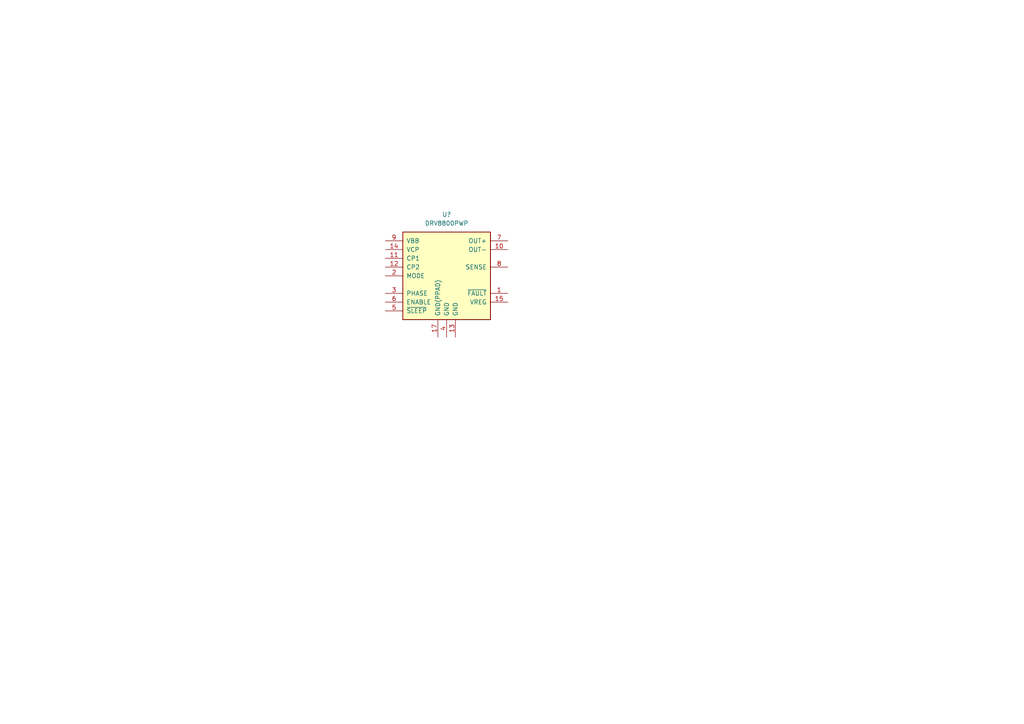
<source format=kicad_sch>
(kicad_sch (version 20211123) (generator eeschema)

  (uuid d2d8a85d-6bbd-4276-abec-2a785b9e1a29)

  (paper "A4")

  (lib_symbols
    (symbol "Driver_Motor:DRV8800PWP" (pin_names (offset 1.016)) (in_bom yes) (on_board yes)
      (property "Reference" "U" (id 0) (at -12.7 16.51 0)
        (effects (font (size 1.27 1.27)) (justify left))
      )
      (property "Value" "DRV8800PWP" (id 1) (at -12.7 13.97 0)
        (effects (font (size 1.27 1.27)) (justify left))
      )
      (property "Footprint" "Package_SO:HTSSOP-16-1EP_4.4x5mm_P0.65mm_EP3.4x5mm_Mask3x3mm_ThermalVias" (id 2) (at 30.48 13.97 0)
        (effects (font (size 1.27 1.27)) hide)
      )
      (property "Datasheet" "http://www.ti.com/lit/ds/symlink/drv8801.pdf" (id 3) (at 1.27 22.86 0)
        (effects (font (size 1.27 1.27)) hide)
      )
      (property "ki_keywords" "H-Bridge Motor Driver" (id 4) (at 0 0 0)
        (effects (font (size 1.27 1.27)) hide)
      )
      (property "ki_description" "H-Bridge Motor Driver, TSSOP-16" (id 5) (at 0 0 0)
        (effects (font (size 1.27 1.27)) hide)
      )
      (property "ki_fp_filters" "*TSSOP*4.4x5mm*P0.65mm*" (id 6) (at 0 0 0)
        (effects (font (size 1.27 1.27)) hide)
      )
      (symbol "DRV8800PWP_0_1"
        (rectangle (start -12.7 12.7) (end 12.7 -12.7)
          (stroke (width 0.254) (type default) (color 0 0 0 0))
          (fill (type background))
        )
      )
      (symbol "DRV8800PWP_1_1"
        (pin open_collector line (at 17.78 -5.08 180) (length 5.08)
          (name "~{FAULT}" (effects (font (size 1.27 1.27))))
          (number "1" (effects (font (size 1.27 1.27))))
        )
        (pin power_out line (at 17.78 7.62 180) (length 5.08)
          (name "OUT-" (effects (font (size 1.27 1.27))))
          (number "10" (effects (font (size 1.27 1.27))))
        )
        (pin power_in line (at -17.78 5.08 0) (length 5.08)
          (name "CP1" (effects (font (size 1.27 1.27))))
          (number "11" (effects (font (size 1.27 1.27))))
        )
        (pin power_in line (at -17.78 2.54 0) (length 5.08)
          (name "CP2" (effects (font (size 1.27 1.27))))
          (number "12" (effects (font (size 1.27 1.27))))
        )
        (pin power_in line (at 2.54 -17.78 90) (length 5.08)
          (name "GND" (effects (font (size 1.27 1.27))))
          (number "13" (effects (font (size 1.27 1.27))))
        )
        (pin power_in line (at -17.78 7.62 0) (length 5.08)
          (name "VCP" (effects (font (size 1.27 1.27))))
          (number "14" (effects (font (size 1.27 1.27))))
        )
        (pin output line (at 17.78 -7.62 180) (length 5.08)
          (name "VREG" (effects (font (size 1.27 1.27))))
          (number "15" (effects (font (size 1.27 1.27))))
        )
        (pin no_connect line (at -17.78 -2.54 0) (length 5.08) hide
          (name "NC" (effects (font (size 1.27 1.27))))
          (number "16" (effects (font (size 1.27 1.27))))
        )
        (pin power_in line (at -2.54 -17.78 90) (length 5.08)
          (name "GND(PPAD)" (effects (font (size 1.27 1.27))))
          (number "17" (effects (font (size 1.27 1.27))))
        )
        (pin input line (at -17.78 0 0) (length 5.08)
          (name "MODE" (effects (font (size 1.27 1.27))))
          (number "2" (effects (font (size 1.27 1.27))))
        )
        (pin input line (at -17.78 -5.08 0) (length 5.08)
          (name "PHASE" (effects (font (size 1.27 1.27))))
          (number "3" (effects (font (size 1.27 1.27))))
        )
        (pin power_in line (at 0 -17.78 90) (length 5.08)
          (name "GND" (effects (font (size 1.27 1.27))))
          (number "4" (effects (font (size 1.27 1.27))))
        )
        (pin input line (at -17.78 -10.16 0) (length 5.08)
          (name "~{SLEEP}" (effects (font (size 1.27 1.27))))
          (number "5" (effects (font (size 1.27 1.27))))
        )
        (pin input line (at -17.78 -7.62 0) (length 5.08)
          (name "ENABLE" (effects (font (size 1.27 1.27))))
          (number "6" (effects (font (size 1.27 1.27))))
        )
        (pin power_out line (at 17.78 10.16 180) (length 5.08)
          (name "OUT+" (effects (font (size 1.27 1.27))))
          (number "7" (effects (font (size 1.27 1.27))))
        )
        (pin power_out line (at 17.78 2.54 180) (length 5.08)
          (name "SENSE" (effects (font (size 1.27 1.27))))
          (number "8" (effects (font (size 1.27 1.27))))
        )
        (pin power_in line (at -17.78 10.16 0) (length 5.08)
          (name "VBB" (effects (font (size 1.27 1.27))))
          (number "9" (effects (font (size 1.27 1.27))))
        )
      )
    )
  )


  (symbol (lib_id "Driver_Motor:DRV8800PWP") (at 129.54 80.01 0) (unit 1)
    (in_bom yes) (on_board yes) (fields_autoplaced)
    (uuid 8b4f0d6a-32a5-4135-b1cc-e3f5e0db08c5)
    (property "Reference" "U?" (id 0) (at 129.54 62.23 0))
    (property "Value" "DRV8800PWP" (id 1) (at 129.54 64.77 0))
    (property "Footprint" "Package_SO:HTSSOP-16-1EP_4.4x5mm_P0.65mm_EP3.4x5mm_Mask3x3mm_ThermalVias" (id 2) (at 160.02 66.04 0)
      (effects (font (size 1.27 1.27)) hide)
    )
    (property "Datasheet" "http://www.ti.com/lit/ds/symlink/drv8801.pdf" (id 3) (at 130.81 57.15 0)
      (effects (font (size 1.27 1.27)) hide)
    )
    (pin "1" (uuid 631d9492-2fb9-457a-9bf3-42db740ea95f))
    (pin "10" (uuid 94e85219-236b-432e-8c32-5b271d5b01e4))
    (pin "11" (uuid 255b8477-38b3-402b-b3aa-c1dc50f28b96))
    (pin "12" (uuid 3594b947-d9a6-478d-9a0e-fbde075c655f))
    (pin "13" (uuid c0259547-cd32-4001-a5c2-021b9ffd9e77))
    (pin "14" (uuid ad8cce14-9c01-430f-8986-9600748b93b0))
    (pin "15" (uuid f3ed7e50-f57c-400e-a8bc-a4ac580af362))
    (pin "16" (uuid c9c7e284-83c1-4f33-965c-e132423cfce0))
    (pin "17" (uuid 5ff4c1a4-b6c4-46d5-8a21-d76466440342))
    (pin "2" (uuid f5b3b372-a5bc-4913-ac96-09c7ba92513c))
    (pin "3" (uuid 6e38aecb-cf20-4385-bfd6-9978d92d7ccb))
    (pin "4" (uuid abc16eb8-948b-4f57-b269-9c9c532a1239))
    (pin "5" (uuid 2e3305a6-c5d5-46d3-8707-df21a94c0773))
    (pin "6" (uuid 3502948e-3d1c-41d1-ba78-be4c6924915e))
    (pin "7" (uuid fd142733-11f0-481d-92d4-b67b18f1c023))
    (pin "8" (uuid 2cb7013d-c684-487a-a49b-70634da3ba15))
    (pin "9" (uuid 08ec1cde-b11c-4e9e-a3f3-c2f14dbf9e4f))
  )

  (sheet_instances
    (path "/" (page "1"))
  )
)

</source>
